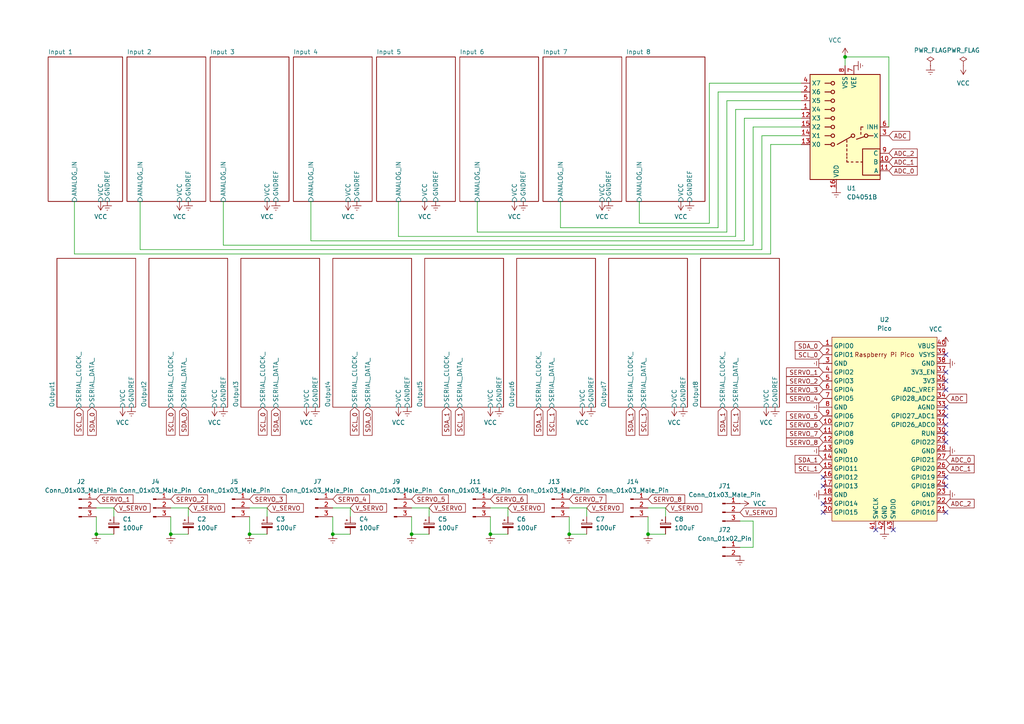
<source format=kicad_sch>
(kicad_sch (version 20231120) (generator "eeschema") (generator_version "8.0")
  (paper "A4")
  (lib_symbols
    (symbol "Analog_Switch:CD4051B"
      (property "Reference" "U" (at -10.16 16.51 0))
      (property "Value" "CD4051B" (at 3.81 16.51 0))
      (symbol "CD4051B_0_1"
        (rectangle (start -10.16 6.35) (end -5.08 13.97) (stroke (width 0.254)))
        (rectangle (start -10.16 15.24) (end 10.16 -15.24) (stroke (width 0.254)) (fill (type background)))
        (circle (center -6.096 2.54) (radius 0.508) (stroke (width 0.254)))
        (circle (center -2.286 2.54) (radius 0.508) (stroke (width 0.254)))
        (polyline (pts (xy -8.128 2.54) (xy -6.604 2.54)) (stroke (width 0.254)))
        (polyline (pts (xy -5.588 2.794) (xy -3.302 3.556)) (stroke (width 0.254)))
        (polyline (pts (xy -4.572 0) (xy -5.207 0)) (stroke (width 0.254)))
        (polyline (pts (xy -4.572 0.254) (xy -4.572 0.889)) (stroke (width 0.254)))
        (polyline (pts (xy -4.572 1.524) (xy -4.572 2.159)) (stroke (width 0.254)))
        (polyline (pts (xy -4.572 10.16) (xy -5.08 10.16)) (stroke (width 0.254)))
        (polyline (pts (xy -3.81 10.16) (xy -3.175 10.16)) (stroke (width 0.254)))
        (polyline (pts (xy -1.778 2.794) (xy 2.286 5.08)) (stroke (width 0.254)))
        (polyline (pts (xy -1.778 10.16) (xy -2.286 10.16)) (stroke (width 0.254)))
        (polyline (pts (xy -0.508 3.81) (xy -0.508 4.445)) (stroke (width 0.254)))
        (polyline (pts (xy -0.508 5.08) (xy -0.508 5.715)) (stroke (width 0.254)))
        (polyline (pts (xy -0.508 6.35) (xy -0.508 6.985)) (stroke (width 0.254)))
        (polyline (pts (xy -0.508 7.62) (xy -0.508 8.255)) (stroke (width 0.254)))
        (polyline (pts (xy -0.508 8.636) (xy -0.508 9.144)) (stroke (width 0.254)))
        (polyline (pts (xy -0.508 9.652) (xy -0.508 10.16)) (stroke (width 0.254)))
        (polyline (pts (xy -0.508 10.16) (xy -1.016 10.16)) (stroke (width 0.254)))
        (polyline (pts (xy 4.064 -12.7) (xy 5.842 -12.7)) (stroke (width 0.254)))
        (polyline (pts (xy 4.064 -10.16) (xy 5.842 -10.16)) (stroke (width 0.254)))
        (polyline (pts (xy 4.064 -7.62) (xy 5.842 -7.62)) (stroke (width 0.254)))
        (polyline (pts (xy 4.064 -5.08) (xy 5.842 -5.08)) (stroke (width 0.254)))
        (polyline (pts (xy 4.064 -2.54) (xy 5.842 -2.54)) (stroke (width 0.254)))
        (polyline (pts (xy 4.064 0) (xy 5.842 0)) (stroke (width 0.254)))
        (polyline (pts (xy 4.064 2.54) (xy 5.842 2.54)) (stroke (width 0.254)))
        (polyline (pts (xy 4.064 5.08) (xy 5.842 5.08)) (stroke (width 0.254)))
        (circle (center 3.556 -12.7) (radius 0.508) (stroke (width 0.254)))
        (circle (center 3.556 -10.16) (radius 0.508) (stroke (width 0.254)))
        (circle (center 3.556 -7.62) (radius 0.508) (stroke (width 0.254)))
        (circle (center 3.556 -5.08) (radius 0.508) (stroke (width 0.254)))
        (circle (center 3.556 -2.54) (radius 0.508) (stroke (width 0.254)))
        (circle (center 3.556 0) (radius 0.508) (stroke (width 0.254)))
        (circle (center 3.556 2.54) (radius 0.508) (stroke (width 0.254)))
        (circle (center 3.556 5.08) (radius 0.508) (stroke (width 0.254)))
      )
      (symbol "CD4051B_1_1"
        (pin bidirectional line (at 12.7 -5.08 180) (length 2.54) (name "X4") (number "1"))
        (pin input line (at -12.7 10.16 0) (length 2.54) (name "B") (number "10"))
        (pin input line (at -12.7 12.7 0) (length 2.54) (name "A") (number "11"))
        (pin bidirectional line (at 12.7 -2.54 180) (length 2.54) (name "X3") (number "12"))
        (pin bidirectional line (at 12.7 5.08 180) (length 2.54) (name "X0") (number "13"))
        (pin bidirectional line (at 12.7 2.54 180) (length 2.54) (name "X1") (number "14"))
        (pin bidirectional line (at 12.7 0 180) (length 2.54) (name "X2") (number "15"))
        (pin power_in line (at 2.54 17.78 270) (length 2.54) (name "VDD") (number "16"))
        (pin bidirectional line (at 12.7 -10.16 180) (length 2.54) (name "X6") (number "2"))
        (pin bidirectional line (at -12.7 2.54 0) (length 2.54) (name "X") (number "3"))
        (pin bidirectional line (at 12.7 -12.7 180) (length 2.54) (name "X7") (number "4"))
        (pin bidirectional line (at 12.7 -7.62 180) (length 2.54) (name "X5") (number "5"))
        (pin input line (at -12.7 0 0) (length 2.54) (name "INH") (number "6"))
        (pin power_in line (at -2.54 -17.78 90) (length 2.54) (name "VEE") (number "7"))
        (pin power_in line (at 0 -17.78 90) (length 2.54) (name "VSS") (number "8"))
        (pin input line (at -12.7 7.62 0) (length 2.54) (name "C") (number "9"))
      )
    )
    (symbol "Connector:Conn_01x02_Pin" (pin_names (offset 1.016) hide)
      (property "Reference" "J" (at 0 2.54 0))
      (property "Value" "Conn_01x02_Pin" (at 0 -5.08 0))
      (symbol "Conn_01x02_Pin_1_1"
        (polyline (pts (xy 1.27 -2.54) (xy 0.8636 -2.54)) (stroke (width 0.1524)))
        (polyline (pts (xy 1.27 0) (xy 0.8636 0)) (stroke (width 0.1524)))
        (rectangle (start 0.8636 -2.413) (end 0 -2.667) (stroke (width 0.1524)) (fill (type outline)))
        (rectangle (start 0.8636 0.127) (end 0 -0.127) (stroke (width 0.1524)) (fill (type outline)))
        (pin passive line (at 5.08 0 180) (length 3.81) (name "Pin_1") (number "1"))
        (pin passive line (at 5.08 -2.54 180) (length 3.81) (name "Pin_2") (number "2"))
      )
    )
    (symbol "Connector:Conn_01x03_Pin" (pin_names (offset 1.016) hide)
      (property "Reference" "J" (at 0 5.08 0))
      (property "Value" "Conn_01x03_Pin" (at 0 -5.08 0))
      (symbol "Conn_01x03_Pin_1_1"
        (polyline (pts (xy 1.27 -2.54) (xy 0.8636 -2.54)) (stroke (width 0.1524)))
        (polyline (pts (xy 1.27 0) (xy 0.8636 0)) (stroke (width 0.1524)))
        (polyline (pts (xy 1.27 2.54) (xy 0.8636 2.54)) (stroke (width 0.1524)))
        (rectangle (start 0.8636 -2.413) (end 0 -2.667) (stroke (width 0.1524)) (fill (type outline)))
        (rectangle (start 0.8636 0.127) (end 0 -0.127) (stroke (width 0.1524)) (fill (type outline)))
        (rectangle (start 0.8636 2.667) (end 0 2.413) (stroke (width 0.1524)) (fill (type outline)))
        (pin passive line (at 5.08 2.54 180) (length 3.81) (name "Pin_1") (number "1"))
        (pin passive line (at 5.08 0 180) (length 3.81) (name "Pin_2") (number "2"))
        (pin passive line (at 5.08 -2.54 180) (length 3.81) (name "Pin_3") (number "3"))
      )
    )
    (symbol "Device:C_Polarized_Small" (pin_numbers hide) (pin_names (offset 0.254) hide)
      (property "Reference" "C" (at 0.254 1.778 0))
      (property "Value" "C_Polarized_Small" (at 0.254 -2.032 0))
      (symbol "C_Polarized_Small_0_1"
        (rectangle (start -1.524 -0.3048) (end 1.524 -0.6858) (fill (type outline)))
        (rectangle (start -1.524 0.6858) (end 1.524 0.3048))
        (polyline (pts (xy -1.27 1.524) (xy -0.762 1.524)))
        (polyline (pts (xy -1.016 1.27) (xy -1.016 1.778)))
      )
      (symbol "C_Polarized_Small_1_1"
        (pin passive line (at 0 2.54 270) (length 1.8542) (name "~") (number "1"))
        (pin passive line (at 0 -2.54 90) (length 1.8542) (name "~") (number "2"))
      )
    )
    (symbol "MCU_RaspberryPi_and_Boards:Pico"
      (property "Reference" "U" (at -13.97 27.94 0))
      (property "Value" "Pico" (at 0 19.05 0))
      (symbol "Pico_0_0"
        (text "Raspberry Pi Pico" (at 0 21.59 0) (effects (font (size 1.27 1.27))))
      )
      (symbol "Pico_0_1"
        (rectangle (start -15.24 26.67) (end 15.24 -26.67) (fill (type background)))
      )
      (symbol "Pico_1_1"
        (pin bidirectional line (at -17.78 24.13 0) (length 2.54) (name "GPIO0") (number "1"))
        (pin bidirectional line (at -17.78 1.27 0) (length 2.54) (name "GPIO7") (number "10"))
        (pin bidirectional line (at -17.78 -1.27 0) (length 2.54) (name "GPIO8") (number "11"))
        (pin bidirectional line (at -17.78 -3.81 0) (length 2.54) (name "GPIO9") (number "12"))
        (pin power_in line (at -17.78 -6.35 0) (length 2.54) (name "GND") (number "13"))
        (pin bidirectional line (at -17.78 -8.89 0) (length 2.54) (name "GPIO10") (number "14"))
        (pin bidirectional line (at -17.78 -11.43 0) (length 2.54) (name "GPIO11") (number "15"))
        (pin bidirectional line (at -17.78 -13.97 0) (length 2.54) (name "GPIO12") (number "16"))
        (pin bidirectional line (at -17.78 -16.51 0) (length 2.54) (name "GPIO13") (number "17"))
        (pin power_in line (at -17.78 -19.05 0) (length 2.54) (name "GND") (number "18"))
        (pin bidirectional line (at -17.78 -21.59 0) (length 2.54) (name "GPIO14") (number "19"))
        (pin bidirectional line (at -17.78 21.59 0) (length 2.54) (name "GPIO1") (number "2"))
        (pin bidirectional line (at -17.78 -24.13 0) (length 2.54) (name "GPIO15") (number "20"))
        (pin bidirectional line (at 17.78 -24.13 180) (length 2.54) (name "GPIO16") (number "21"))
        (pin bidirectional line (at 17.78 -21.59 180) (length 2.54) (name "GPIO17") (number "22"))
        (pin power_in line (at 17.78 -19.05 180) (length 2.54) (name "GND") (number "23"))
        (pin bidirectional line (at 17.78 -16.51 180) (length 2.54) (name "GPIO18") (number "24"))
        (pin bidirectional line (at 17.78 -13.97 180) (length 2.54) (name "GPIO19") (number "25"))
        (pin bidirectional line (at 17.78 -11.43 180) (length 2.54) (name "GPIO20") (number "26"))
        (pin bidirectional line (at 17.78 -8.89 180) (length 2.54) (name "GPIO21") (number "27"))
        (pin power_in line (at 17.78 -6.35 180) (length 2.54) (name "GND") (number "28"))
        (pin bidirectional line (at 17.78 -3.81 180) (length 2.54) (name "GPIO22") (number "29"))
        (pin power_in line (at -17.78 19.05 0) (length 2.54) (name "GND") (number "3"))
        (pin input line (at 17.78 -1.27 180) (length 2.54) (name "RUN") (number "30"))
        (pin bidirectional line (at 17.78 1.27 180) (length 2.54) (name "GPIO26_ADC0") (number "31"))
        (pin bidirectional line (at 17.78 3.81 180) (length 2.54) (name "GPIO27_ADC1") (number "32"))
        (pin power_in line (at 17.78 6.35 180) (length 2.54) (name "AGND") (number "33"))
        (pin bidirectional line (at 17.78 8.89 180) (length 2.54) (name "GPIO28_ADC2") (number "34"))
        (pin power_in line (at 17.78 11.43 180) (length 2.54) (name "ADC_VREF") (number "35"))
        (pin power_in line (at 17.78 13.97 180) (length 2.54) (name "3V3") (number "36"))
        (pin input line (at 17.78 16.51 180) (length 2.54) (name "3V3_EN") (number "37"))
        (pin bidirectional line (at 17.78 19.05 180) (length 2.54) (name "GND") (number "38"))
        (pin power_in line (at 17.78 21.59 180) (length 2.54) (name "VSYS") (number "39"))
        (pin bidirectional line (at -17.78 16.51 0) (length 2.54) (name "GPIO2") (number "4"))
        (pin power_in line (at 17.78 24.13 180) (length 2.54) (name "VBUS") (number "40"))
        (pin input line (at -2.54 -29.21 90) (length 2.54) (name "SWCLK") (number "41"))
        (pin power_in line (at 0 -29.21 90) (length 2.54) (name "GND") (number "42"))
        (pin bidirectional line (at 2.54 -29.21 90) (length 2.54) (name "SWDIO") (number "43"))
        (pin bidirectional line (at -17.78 13.97 0) (length 2.54) (name "GPIO3") (number "5"))
        (pin bidirectional line (at -17.78 11.43 0) (length 2.54) (name "GPIO4") (number "6"))
        (pin bidirectional line (at -17.78 8.89 0) (length 2.54) (name "GPIO5") (number "7"))
        (pin power_in line (at -17.78 6.35 0) (length 2.54) (name "GND") (number "8"))
        (pin bidirectional line (at -17.78 3.81 0) (length 2.54) (name "GPIO6") (number "9"))
      )
    )
    (symbol "power:GNDREF" (power) (pin_numbers hide) (pin_names (offset 0) hide)
      (property "Value" "GNDREF" (at 0 -3.81 0))
      (symbol "GNDREF_0_1"
        (polyline (pts (xy -0.635 -1.905) (xy 0.635 -1.905)))
        (polyline (pts (xy -0.127 -2.54) (xy 0.127 -2.54)))
        (polyline (pts (xy 0 -1.27) (xy 0 0)))
        (polyline (pts (xy 1.27 -1.27) (xy -1.27 -1.27)))
      )
      (symbol "GNDREF_1_1"
        (pin power_in line (at 0 0 270) (length 0) (name "~") (number "1"))
      )
    )
    (symbol "power:PWR_FLAG" (power) (pin_numbers hide) (pin_names (offset 0) hide)
      (property "Value" "PWR_FLAG" (at 0 3.81 0))
      (symbol "PWR_FLAG_0_0"
        (pin power_out line (at 0 0 90) (length 0) (name "~") (number "1"))
      )
      (symbol "PWR_FLAG_0_1"
        (polyline (pts (xy 0 0) (xy 0 1.27) (xy -1.016 1.905) (xy 0 2.54) (xy 1.016 1.905) (xy 0 1.27)))
      )
    )
    (symbol "power:VCC" (power) (pin_numbers hide) (pin_names (offset 0) hide)
      (property "Value" "VCC" (at 0 3.556 0))
      (symbol "VCC_0_1"
        (polyline (pts (xy -0.762 1.27) (xy 0 2.54)))
        (polyline (pts (xy 0 0) (xy 0 2.54)))
        (polyline (pts (xy 0 2.54) (xy 0.762 1.27)))
      )
      (symbol "VCC_1_1"
        (pin power_in line (at 0 0 90) (length 0) (name "~") (number "1"))
      )
    )
  )
  (junction (at 187.96 154.94))
  (junction (at 49.53 154.94))
  (junction (at 119.38 154.94))
  (junction (at 165.1 154.94))
  (junction (at 142.24 154.94))
  (junction (at 27.94 154.94))
  (junction (at 245.11 16.51))
  (junction (at 72.39 154.94))
  (junction (at 96.52 154.94))
  (no_connect (at 238.76 138.43))
  (no_connect (at 254 153.67))
  (no_connect (at 274.32 110.49))
  (no_connect (at 274.32 148.59))
  (no_connect (at 274.32 120.65))
  (no_connect (at 274.32 118.11))
  (no_connect (at 274.32 123.19))
  (no_connect (at 274.32 125.73))
  (no_connect (at 274.32 138.43))
  (no_connect (at 274.32 107.95))
  (no_connect (at 238.76 148.59))
  (no_connect (at 238.76 140.97))
  (no_connect (at 259.08 153.67))
  (no_connect (at 274.32 140.97))
  (no_connect (at 274.32 128.27))
  (no_connect (at 238.76 146.05))
  (no_connect (at 274.32 113.03))
  (no_connect (at 274.32 102.87))
  (wire (pts (xy 119.38 149.86) (xy 119.38 154.94)))
  (wire (pts (xy 218.44 151.13) (xy 218.44 158.75)))
  (wire (pts (xy 187.96 147.32) (xy 193.04 147.32)))
  (wire (pts (xy 245.11 16.51) (xy 245.11 19.05)))
  (wire (pts (xy 115.57 68.58) (xy 213.36 68.58)))
  (wire (pts (xy 72.39 154.94) (xy 77.47 154.94)))
  (wire (pts (xy 165.1 147.32) (xy 170.18 147.32)))
  (wire (pts (xy 40.64 58.42) (xy 40.64 72.39)))
  (wire (pts (xy 185.42 64.77) (xy 205.74 64.77)))
  (wire (pts (xy 208.28 66.04) (xy 162.56 66.04)))
  (wire (pts (xy 232.41 31.75) (xy 213.36 31.75)))
  (wire (pts (xy 119.38 147.32) (xy 124.46 147.32)))
  (wire (pts (xy 21.59 73.66) (xy 223.52 73.66)))
  (wire (pts (xy 257.81 16.51) (xy 245.11 16.51)))
  (wire (pts (xy 213.36 31.75) (xy 213.36 68.58)))
  (wire (pts (xy 208.28 26.67) (xy 208.28 66.04)))
  (wire (pts (xy 115.57 58.42) (xy 115.57 68.58)))
  (wire (pts (xy 96.52 147.32) (xy 101.6 147.32)))
  (wire (pts (xy 210.82 29.21) (xy 210.82 67.31)))
  (wire (pts (xy 147.32 147.32) (xy 147.32 149.86)))
  (wire (pts (xy 101.6 147.32) (xy 101.6 149.86)))
  (wire (pts (xy 232.41 36.83) (xy 218.44 36.83)))
  (wire (pts (xy 218.44 158.75) (xy 214.63 158.75)))
  (wire (pts (xy 33.02 147.32) (xy 33.02 149.86)))
  (wire (pts (xy 27.94 149.86) (xy 27.94 154.94)))
  (wire (pts (xy 170.18 147.32) (xy 170.18 149.86)))
  (wire (pts (xy 119.38 154.94) (xy 124.46 154.94)))
  (wire (pts (xy 27.94 154.94) (xy 33.02 154.94)))
  (wire (pts (xy 162.56 58.42) (xy 162.56 66.04)))
  (wire (pts (xy 90.17 69.85) (xy 215.9 69.85)))
  (wire (pts (xy 223.52 41.91) (xy 223.52 73.66)))
  (wire (pts (xy 205.74 24.13) (xy 205.74 64.77)))
  (wire (pts (xy 165.1 154.94) (xy 170.18 154.94)))
  (wire (pts (xy 27.94 147.32) (xy 33.02 147.32)))
  (wire (pts (xy 142.24 149.86) (xy 142.24 154.94)))
  (wire (pts (xy 232.41 39.37) (xy 220.98 39.37)))
  (wire (pts (xy 193.04 147.32) (xy 193.04 149.86)))
  (wire (pts (xy 49.53 149.86) (xy 49.53 154.94)))
  (wire (pts (xy 49.53 147.32) (xy 54.61 147.32)))
  (wire (pts (xy 232.41 26.67) (xy 208.28 26.67)))
  (wire (pts (xy 232.41 34.29) (xy 215.9 34.29)))
  (wire (pts (xy 72.39 147.32) (xy 77.47 147.32)))
  (wire (pts (xy 214.63 151.13) (xy 218.44 151.13)))
  (wire (pts (xy 187.96 149.86) (xy 187.96 154.94)))
  (wire (pts (xy 138.43 58.42) (xy 138.43 67.31)))
  (wire (pts (xy 185.42 58.42) (xy 185.42 64.77)))
  (wire (pts (xy 142.24 154.94) (xy 147.32 154.94)))
  (wire (pts (xy 215.9 34.29) (xy 215.9 69.85)))
  (wire (pts (xy 72.39 149.86) (xy 72.39 154.94)))
  (wire (pts (xy 232.41 24.13) (xy 205.74 24.13)))
  (wire (pts (xy 218.44 36.83) (xy 218.44 71.12)))
  (wire (pts (xy 187.96 154.94) (xy 193.04 154.94)))
  (wire (pts (xy 54.61 147.32) (xy 54.61 149.86)))
  (wire (pts (xy 96.52 154.94) (xy 101.6 154.94)))
  (wire (pts (xy 142.24 147.32) (xy 147.32 147.32)))
  (wire (pts (xy 232.41 41.91) (xy 223.52 41.91)))
  (wire (pts (xy 90.17 58.42) (xy 90.17 69.85)))
  (wire (pts (xy 49.53 154.94) (xy 54.61 154.94)))
  (wire (pts (xy 64.77 58.42) (xy 64.77 71.12)))
  (wire (pts (xy 220.98 39.37) (xy 220.98 72.39)))
  (wire (pts (xy 257.81 16.51) (xy 257.81 36.83)))
  (wire (pts (xy 64.77 71.12) (xy 218.44 71.12)))
  (wire (pts (xy 96.52 149.86) (xy 96.52 154.94)))
  (wire (pts (xy 232.41 29.21) (xy 210.82 29.21)))
  (wire (pts (xy 21.59 58.42) (xy 21.59 73.66)))
  (wire (pts (xy 165.1 149.86) (xy 165.1 154.94)))
  (wire (pts (xy 124.46 147.32) (xy 124.46 149.86)))
  (wire (pts (xy 77.47 147.32) (xy 77.47 149.86)))
  (wire (pts (xy 210.82 67.31) (xy 138.43 67.31)))
  (wire (pts (xy 40.64 72.39) (xy 220.98 72.39)))
  (global_label "SCL_1" (shape input) (at 160.02 118.11 270) (property "Intersheetrefs" "${INTERSHEET_REFS}" (effects (hide yes))))
  (global_label "SERVO_7" (shape input) (at 238.76 125.73 180) (property "Intersheetrefs" "${INTERSHEET_REFS}" (effects (hide yes))))
  (global_label "SDA_1" (shape input) (at 156.21 118.11 270) (property "Intersheetrefs" "${INTERSHEET_REFS}" (effects (hide yes))))
  (global_label "SERVO_5" (shape input) (at 119.38 144.78 0) (property "Intersheetrefs" "${INTERSHEET_REFS}" (effects (hide yes))))
  (global_label "SDA_0" (shape input) (at 26.67 118.11 270) (property "Intersheetrefs" "${INTERSHEET_REFS}" (effects (hide yes))))
  (global_label "SDA_0" (shape input) (at 106.68 118.11 270) (property "Intersheetrefs" "${INTERSHEET_REFS}" (effects (hide yes))))
  (global_label "ADC_1" (shape input) (at 257.81 46.99 0) (property "Intersheetrefs" "${INTERSHEET_REFS}" (effects (hide yes))))
  (global_label "V_SERVO" (shape input) (at 170.18 147.32 0) (property "Intersheetrefs" "${INTERSHEET_REFS}" (effects (hide yes))))
  (global_label "SDA_1" (shape input) (at 129.54 118.11 270) (property "Intersheetrefs" "${INTERSHEET_REFS}" (effects (hide yes))))
  (global_label "SDA_1" (shape input) (at 238.76 133.35 180) (property "Intersheetrefs" "${INTERSHEET_REFS}" (effects (hide yes))))
  (global_label "V_SERVO" (shape input) (at 147.32 147.32 0) (property "Intersheetrefs" "${INTERSHEET_REFS}" (effects (hide yes))))
  (global_label "SERVO_1" (shape input) (at 238.76 107.95 180) (property "Intersheetrefs" "${INTERSHEET_REFS}" (effects (hide yes))))
  (global_label "SERVO_3" (shape input) (at 72.39 144.78 0) (property "Intersheetrefs" "${INTERSHEET_REFS}" (effects (hide yes))))
  (global_label "SDA_0" (shape input) (at 80.01 118.11 270) (property "Intersheetrefs" "${INTERSHEET_REFS}" (effects (hide yes))))
  (global_label "SERVO_4" (shape input) (at 238.76 115.57 180) (property "Intersheetrefs" "${INTERSHEET_REFS}" (effects (hide yes))))
  (global_label "ADC_0" (shape input) (at 274.32 133.35 0) (property "Intersheetrefs" "${INTERSHEET_REFS}" (effects (hide yes))))
  (global_label "SCL_0" (shape input) (at 102.87 118.11 270) (property "Intersheetrefs" "${INTERSHEET_REFS}" (effects (hide yes))))
  (global_label "ADC" (shape input) (at 257.81 39.37 0) (property "Intersheetrefs" "${INTERSHEET_REFS}" (effects (hide yes))))
  (global_label "V_SERVO" (shape input) (at 54.61 147.32 0) (property "Intersheetrefs" "${INTERSHEET_REFS}" (effects (hide yes))))
  (global_label "V_SERVO" (shape input) (at 124.46 147.32 0) (property "Intersheetrefs" "${INTERSHEET_REFS}" (effects (hide yes))))
  (global_label "ADC_1" (shape input) (at 274.32 135.89 0) (property "Intersheetrefs" "${INTERSHEET_REFS}" (effects (hide yes))))
  (global_label "SERVO_8" (shape input) (at 238.76 128.27 180) (property "Intersheetrefs" "${INTERSHEET_REFS}" (effects (hide yes))))
  (global_label "SDA_1" (shape input) (at 209.55 118.11 270) (property "Intersheetrefs" "${INTERSHEET_REFS}" (effects (hide yes))))
  (global_label "SDA_1" (shape input) (at 182.88 118.11 270) (property "Intersheetrefs" "${INTERSHEET_REFS}" (effects (hide yes))))
  (global_label "SERVO_2" (shape input) (at 238.76 110.49 180) (property "Intersheetrefs" "${INTERSHEET_REFS}" (effects (hide yes))))
  (global_label "V_SERVO" (shape input) (at 33.02 147.32 0) (property "Intersheetrefs" "${INTERSHEET_REFS}" (effects (hide yes))))
  (global_label "SERVO_5" (shape input) (at 238.76 120.65 180) (property "Intersheetrefs" "${INTERSHEET_REFS}" (effects (hide yes))))
  (global_label "SCL_0" (shape input) (at 22.86 118.11 270) (property "Intersheetrefs" "${INTERSHEET_REFS}" (effects (hide yes))))
  (global_label "SCL_0" (shape input) (at 238.76 102.87 180) (property "Intersheetrefs" "${INTERSHEET_REFS}" (effects (hide yes))))
  (global_label "SCL_1" (shape input) (at 213.36 118.11 270) (property "Intersheetrefs" "${INTERSHEET_REFS}" (effects (hide yes))))
  (global_label "ADC_0" (shape input) (at 257.81 49.53 0) (property "Intersheetrefs" "${INTERSHEET_REFS}" (effects (hide yes))))
  (global_label "V_SERVO" (shape input) (at 101.6 147.32 0) (property "Intersheetrefs" "${INTERSHEET_REFS}" (effects (hide yes))))
  (global_label "SERVO_6" (shape input) (at 238.76 123.19 180) (property "Intersheetrefs" "${INTERSHEET_REFS}" (effects (hide yes))))
  (global_label "V_SERVO" (shape input) (at 193.04 147.32 0) (property "Intersheetrefs" "${INTERSHEET_REFS}" (effects (hide yes))))
  (global_label "ADC_2" (shape input) (at 257.81 44.45 0) (property "Intersheetrefs" "${INTERSHEET_REFS}" (effects (hide yes))))
  (global_label "SERVO_6" (shape input) (at 142.24 144.78 0) (property "Intersheetrefs" "${INTERSHEET_REFS}" (effects (hide yes))))
  (global_label "SERVO_7" (shape input) (at 165.1 144.78 0) (property "Intersheetrefs" "${INTERSHEET_REFS}" (effects (hide yes))))
  (global_label "SERVO_4" (shape input) (at 96.52 144.78 0) (property "Intersheetrefs" "${INTERSHEET_REFS}" (effects (hide yes))))
  (global_label "V_SERVO" (shape input) (at 77.47 147.32 0) (property "Intersheetrefs" "${INTERSHEET_REFS}" (effects (hide yes))))
  (global_label "SDA_0" (shape input) (at 238.76 100.33 180) (property "Intersheetrefs" "${INTERSHEET_REFS}" (effects (hide yes))))
  (global_label "ADC_2" (shape input) (at 274.32 146.05 0) (property "Intersheetrefs" "${INTERSHEET_REFS}" (effects (hide yes))))
  (global_label "SCL_0" (shape input) (at 49.53 118.11 270) (property "Intersheetrefs" "${INTERSHEET_REFS}" (effects (hide yes))))
  (global_label "SCL_0" (shape input) (at 76.2 118.11 270) (property "Intersheetrefs" "${INTERSHEET_REFS}" (effects (hide yes))))
  (global_label "V_SERVO" (shape input) (at 214.63 148.59 0) (property "Intersheetrefs" "${INTERSHEET_REFS}" (effects (hide yes))))
  (global_label "SCL_1" (shape input) (at 133.35 118.11 270) (property "Intersheetrefs" "${INTERSHEET_REFS}" (effects (hide yes))))
  (global_label "SDA_0" (shape input) (at 53.34 118.11 270) (property "Intersheetrefs" "${INTERSHEET_REFS}" (effects (hide yes))))
  (global_label "SERVO_8" (shape input) (at 187.96 144.78 0) (property "Intersheetrefs" "${INTERSHEET_REFS}" (effects (hide yes))))
  (global_label "SERVO_1" (shape input) (at 27.94 144.78 0) (property "Intersheetrefs" "${INTERSHEET_REFS}" (effects (hide yes))))
  (global_label "SCL_1" (shape input) (at 186.69 118.11 270) (property "Intersheetrefs" "${INTERSHEET_REFS}" (effects (hide yes))))
  (global_label "SCL_1" (shape input) (at 238.76 135.89 180) (property "Intersheetrefs" "${INTERSHEET_REFS}" (effects (hide yes))))
  (global_label "ADC" (shape input) (at 274.32 115.57 0) (property "Intersheetrefs" "${INTERSHEET_REFS}" (effects (hide yes))))
  (global_label "SERVO_2" (shape input) (at 49.53 144.78 0) (property "Intersheetrefs" "${INTERSHEET_REFS}" (effects (hide yes))))
  (global_label "SERVO_3" (shape input) (at 238.76 113.03 180) (property "Intersheetrefs" "${INTERSHEET_REFS}" (effects (hide yes))))
  (symbol (lib_id "Device:C_Polarized_Small") (at 54.61 152.4 0) (unit 1)
    (property "Reference" "C2" (at 57.15 150.5838 0) (effects (justify left)))
    (property "Value" "100uF" (at 57.15 153.1238 0) (effects (justify left)))
    (property "Footprint" "Capacitor_THT:CP_Radial_D5.0mm_P2.50mm" (effects (hide yes)))
    (property "Description" "Polarized capacitor, small symbol" (effects (hide yes)))
  )
  (symbol (lib_id "power:GNDREF") (at 27.94 154.94 0) (unit 1)
    (property "Reference" "#PWR06" (effects (hide yes)))
    (property "Value" "GNDREF" (effects (hide yes)))
    (property "Description" "Power symbol creates a global label with name \"GNDREF\" , reference supply ground" (effects (hide yes)))
  )
  (symbol (lib_id "Device:C_Polarized_Small") (at 101.6 152.4 0) (unit 1)
    (property "Reference" "C4" (at 104.14 150.5838 0) (effects (justify left)))
    (property "Value" "100uF" (at 104.14 153.1238 0) (effects (justify left)))
    (property "Footprint" "Capacitor_THT:CP_Radial_D5.0mm_P2.50mm" (effects (hide yes)))
    (property "Description" "Polarized capacitor, small symbol" (effects (hide yes)))
  )
  (symbol (lib_id "power:GNDREF") (at 242.57 54.61 0) (unit 1)
    (property "Reference" "#PWR057" (effects (hide yes)))
    (property "Value" "GNDREF" (effects (hide yes)))
    (property "Description" "Power symbol creates a global label with name \"GNDREF\" , reference supply ground" (effects (hide yes)))
  )
  (symbol (lib_id "Connector:Conn_01x03_Pin") (at 44.45 147.32 0) (unit 1)
    (property "Reference" "J4" (at 45.085 139.7 0))
    (property "Value" "Conn_01x03_Male_Pin" (at 45.085 142.24 0))
    (property "Footprint" "Connector_PinHeader_2.54mm:PinHeader_1x03_P2.54mm_Vertical" (effects (hide yes)))
    (property "Description" "Generic connector, single row, 01x03, script generated" (effects (hide yes)))
  )
  (symbol (lib_id "power:PWR_FLAG") (at 269.875 19.05 0) (unit 1)
    (property "Reference" "#FLG01" (effects (hide yes)))
    (property "Value" "PWR_FLAG" (at 269.875 14.605 0))
    (property "Description" "Special symbol for telling ERC where power comes from" (effects (hide yes)))
  )
  (symbol (lib_id "power:GNDREF") (at 200.025 58.42 0) (unit 1)
    (property "Reference" "#PWR050" (effects (hide yes)))
    (property "Value" "GNDREF" (effects (hide yes)))
    (property "Description" "Power symbol creates a global label with name \"GNDREF\" , reference supply ground" (effects (hide yes)))
  )
  (symbol (lib_id "power:GNDREF") (at 274.32 143.51 90) (unit 1)
    (property "Reference" "#PWR065" (effects (hide yes)))
    (property "Value" "GNDREF" (effects (hide yes)))
    (property "Description" "Power symbol creates a global label with name \"GNDREF\" , reference supply ground" (effects (hide yes)))
  )
  (symbol (lib_id "power:PWR_FLAG") (at 279.4 19.05 0) (unit 1)
    (property "Reference" "#FLG02" (effects (hide yes)))
    (property "Value" "PWR_FLAG" (at 279.4 14.605 0))
    (property "Description" "Special symbol for telling ERC where power comes from" (effects (hide yes)))
  )
  (symbol (lib_id "power:GNDREF") (at 151.765 58.42 0) (unit 1)
    (property "Reference" "#PWR040" (effects (hide yes)))
    (property "Value" "GNDREF" (effects (hide yes)))
    (property "Description" "Power symbol creates a global label with name \"GNDREF\" , reference supply ground" (effects (hide yes)))
  )
  (symbol (lib_id "Connector:Conn_01x03_Pin") (at 22.86 147.32 0) (unit 1)
    (property "Reference" "J2" (at 23.495 139.7 0))
    (property "Value" "Conn_01x03_Male_Pin" (at 23.495 142.24 0))
    (property "Footprint" "Connector_PinHeader_2.54mm:PinHeader_1x03_P2.54mm_Vertical" (effects (hide yes)))
    (property "Description" "Generic connector, single row, 01x03, script generated" (effects (hide yes)))
  )
  (symbol (lib_id "power:GNDREF") (at 64.77 118.11 0) (unit 1)
    (property "Reference" "#PWR014" (effects (hide yes)))
    (property "Value" "GNDREF" (effects (hide yes)))
    (property "Description" "Power symbol creates a global label with name \"GNDREF\" , reference supply ground" (effects (hide yes)))
  )
  (symbol (lib_id "power:VCC") (at 62.23 118.11 180) (unit 1)
    (property "Reference" "#PWR013" (effects (hide yes)))
    (property "Value" "VCC" (at 62.23 122.555 0))
    (property "Description" "Power symbol creates a global label with name \"VCC\"" (effects (hide yes)))
  )
  (symbol (lib_id "power:GNDREF") (at 96.52 154.94 0) (unit 1)
    (property "Reference" "#PWR020" (effects (hide yes)))
    (property "Value" "GNDREF" (effects (hide yes)))
    (property "Description" "Power symbol creates a global label with name \"GNDREF\" , reference supply ground" (effects (hide yes)))
  )
  (symbol (lib_id "power:VCC") (at 52.07 58.42 180) (unit 1)
    (property "Reference" "#PWR09" (effects (hide yes)))
    (property "Value" "VCC" (at 52.07 62.865 0))
    (property "Description" "Power symbol creates a global label with name \"VCC\"" (effects (hide yes)))
  )
  (symbol (lib_id "power:GNDREF") (at 171.45 118.11 0) (unit 1)
    (property "Reference" "#PWR044" (effects (hide yes)))
    (property "Value" "GNDREF" (effects (hide yes)))
    (property "Description" "Power symbol creates a global label with name \"GNDREF\" , reference supply ground" (effects (hide yes)))
  )
  (symbol (lib_id "power:VCC") (at 197.485 58.42 180) (unit 1)
    (property "Reference" "#PWR048" (effects (hide yes)))
    (property "Value" "VCC" (at 197.485 62.865 0))
    (property "Description" "Power symbol creates a global label with name \"VCC\"" (effects (hide yes)))
  )
  (symbol (lib_id "power:GNDREF") (at 224.79 118.11 0) (unit 1)
    (property "Reference" "#PWR052" (effects (hide yes)))
    (property "Value" "GNDREF" (effects (hide yes)))
    (property "Description" "Power symbol creates a global label with name \"GNDREF\" , reference supply ground" (effects (hide yes)))
  )
  (symbol (lib_id "power:GNDREF") (at 238.76 143.51 270) (unit 1)
    (property "Reference" "#PWR056" (effects (hide yes)))
    (property "Value" "GNDREF" (effects (hide yes)))
    (property "Description" "Power symbol creates a global label with name \"GNDREF\" , reference supply ground" (effects (hide yes)))
  )
  (symbol (lib_id "power:GNDREF") (at 144.78 118.11 0) (unit 1)
    (property "Reference" "#PWR037" (effects (hide yes)))
    (property "Value" "GNDREF" (effects (hide yes)))
    (property "Description" "Power symbol creates a global label with name \"GNDREF\" , reference supply ground" (effects (hide yes)))
  )
  (symbol (lib_id "power:VCC") (at 279.4 19.05 180) (unit 1)
    (property "Reference" "#PWR066" (effects (hide yes)))
    (property "Value" "VCC" (at 279.4 24.13 0))
    (property "Description" "Power symbol creates a global label with name \"VCC\"" (effects (hide yes)))
  )
  (symbol (lib_id "power:VCC") (at 100.965 58.42 180) (unit 1)
    (property "Reference" "#PWR023" (effects (hide yes)))
    (property "Value" "VCC" (at 100.965 62.865 0))
    (property "Description" "Power symbol creates a global label with name \"VCC\"" (effects (hide yes)))
  )
  (symbol (lib_id "power:VCC") (at 29.21 58.42 180) (unit 1)
    (property "Reference" "#PWR02" (effects (hide yes)))
    (property "Value" "VCC" (at 29.21 62.865 0))
    (property "Description" "Power symbol creates a global label with name \"VCC\"" (effects (hide yes)))
  )
  (symbol (lib_id "power:GNDREF") (at 31.115 58.42 0) (unit 1)
    (property "Reference" "#PWR03" (effects (hide yes)))
    (property "Value" "GNDREF" (effects (hide yes)))
    (property "Description" "Power symbol creates a global label with name \"GNDREF\" , reference supply ground" (effects (hide yes)))
  )
  (symbol (lib_id "power:GNDREF") (at 91.44 118.11 0) (unit 1)
    (property "Reference" "#PWR021" (effects (hide yes)))
    (property "Value" "GNDREF" (effects (hide yes)))
    (property "Description" "Power symbol creates a global label with name \"GNDREF\" , reference supply ground" (effects (hide yes)))
  )
  (symbol (lib_id "power:VCC") (at 35.56 118.11 180) (unit 1)
    (property "Reference" "#PWR05" (effects (hide yes)))
    (property "Value" "VCC" (at 35.56 122.555 0))
    (property "Description" "Power symbol creates a global label with name \"VCC\"" (effects (hide yes)))
  )
  (symbol (lib_id "Connector:Conn_01x03_Pin") (at 91.44 147.32 0) (unit 1)
    (property "Reference" "J7" (at 92.075 139.7 0))
    (property "Value" "Conn_01x03_Male_Pin" (at 92.075 142.24 0))
    (property "Footprint" "Connector_PinHeader_2.54mm:PinHeader_1x03_P2.54mm_Vertical" (effects (hide yes)))
    (property "Description" "Generic connector, single row, 01x03, script generated" (effects (hide yes)))
  )
  (symbol (lib_id "power:VCC") (at 123.19 58.42 180) (unit 1)
    (property "Reference" "#PWR030" (effects (hide yes)))
    (property "Value" "VCC" (at 123.19 62.865 0))
    (property "Description" "Power symbol creates a global label with name \"VCC\"" (effects (hide yes)))
  )
  (symbol (lib_id "Device:C_Polarized_Small") (at 33.02 152.4 0) (unit 1)
    (property "Reference" "C1" (at 35.56 150.5838 0) (effects (justify left)))
    (property "Value" "100uF" (at 35.56 153.1238 0) (effects (justify left)))
    (property "Footprint" "Capacitor_THT:CP_Radial_D5.0mm_P2.50mm" (effects (hide yes)))
    (property "Description" "Polarized capacitor, small symbol" (effects (hide yes)))
  )
  (symbol (lib_id "MCU_RaspberryPi_and_Boards:Pico") (at 256.54 124.46 0) (unit 1)
    (property "Reference" "U2" (at 256.54 92.71 0))
    (property "Value" "Pico" (at 256.54 95.25 0))
    (property "Footprint" "MCU_RaspberryPi_and_Boards:RPi_Pico_SMD_TH" (effects (hide yes)))
  )
  (symbol (lib_id "Connector:Conn_01x03_Pin") (at 67.31 147.32 0) (unit 1)
    (property "Reference" "J5" (at 67.945 139.7 0))
    (property "Value" "Conn_01x03_Male_Pin" (at 67.945 142.24 0))
    (property "Footprint" "Connector_PinHeader_2.54mm:PinHeader_1x03_P2.54mm_Vertical" (effects (hide yes)))
    (property "Description" "Generic connector, single row, 01x03, script generated" (effects (hide yes)))
  )
  (symbol (lib_id "power:GNDREF") (at 103.505 58.42 0) (unit 1)
    (property "Reference" "#PWR024" (effects (hide yes)))
    (property "Value" "GNDREF" (effects (hide yes)))
    (property "Description" "Power symbol creates a global label with name \"GNDREF\" , reference supply ground" (effects (hide yes)))
  )
  (symbol (lib_id "power:GNDREF") (at 176.53 58.42 0) (unit 1)
    (property "Reference" "#PWR046" (effects (hide yes)))
    (property "Value" "GNDREF" (effects (hide yes)))
    (property "Description" "Power symbol creates a global label with name \"GNDREF\" , reference supply ground" (effects (hide yes)))
  )
  (symbol (lib_id "power:VCC") (at 149.225 58.42 180) (unit 1)
    (property "Reference" "#PWR039" (effects (hide yes)))
    (property "Value" "VCC" (at 149.225 62.865 0))
    (property "Description" "Power symbol creates a global label with name \"VCC\"" (effects (hide yes)))
  )
  (symbol (lib_id "power:GNDREF") (at 238.76 118.11 270) (unit 1)
    (property "Reference" "#PWR054" (effects (hide yes)))
    (property "Value" "GNDREF" (effects (hide yes)))
    (property "Description" "Power symbol creates a global label with name \"GNDREF\" , reference supply ground" (effects (hide yes)))
  )
  (symbol (lib_id "power:GNDREF") (at 274.32 105.41 90) (unit 1)
    (property "Reference" "#PWR063" (effects (hide yes)))
    (property "Value" "GNDREF" (effects (hide yes)))
    (property "Description" "Power symbol creates a global label with name \"GNDREF\" , reference supply ground" (effects (hide yes)))
  )
  (symbol (lib_id "power:GNDREF") (at 238.76 105.41 270) (unit 1)
    (property "Reference" "#PWR053" (effects (hide yes)))
    (property "Value" "GNDREF" (effects (hide yes)))
    (property "Description" "Power symbol creates a global label with name \"GNDREF\" , reference supply ground" (effects (hide yes)))
  )
  (symbol (lib_id "power:VCC") (at 168.91 118.11 180) (unit 1)
    (property "Reference" "#PWR043" (effects (hide yes)))
    (property "Value" "VCC" (at 168.91 122.555 0))
    (property "Description" "Power symbol creates a global label with name \"VCC\"" (effects (hide yes)))
  )
  (symbol (lib_id "Device:C_Polarized_Small") (at 147.32 152.4 0) (unit 1)
    (property "Reference" "C6" (at 149.86 150.5838 0) (effects (justify left)))
    (property "Value" "100uF" (at 149.86 153.1238 0) (effects (justify left)))
    (property "Footprint" "Capacitor_THT:CP_Radial_D5.0mm_P2.50mm" (effects (hide yes)))
    (property "Description" "Polarized capacitor, small symbol" (effects (hide yes)))
  )
  (symbol (lib_id "power:VCC") (at 142.24 118.11 180) (unit 1)
    (property "Reference" "#PWR035" (effects (hide yes)))
    (property "Value" "VCC" (at 142.24 122.555 0))
    (property "Description" "Power symbol creates a global label with name \"VCC\"" (effects (hide yes)))
  )
  (symbol (lib_id "power:VCC") (at 115.57 118.11 180) (unit 1)
    (property "Reference" "#PWR027" (effects (hide yes)))
    (property "Value" "VCC" (at 115.57 122.555 0))
    (property "Description" "Power symbol creates a global label with name \"VCC\"" (effects (hide yes)))
  )
  (symbol (lib_id "power:GNDREF") (at 165.1 154.94 0) (unit 1)
    (property "Reference" "#PWR036" (effects (hide yes)))
    (property "Value" "GNDREF" (effects (hide yes)))
    (property "Description" "Power symbol creates a global label with name \"GNDREF\" , reference supply ground" (effects (hide yes)))
  )
  (symbol (lib_id "power:GNDREF") (at 198.12 118.11 0) (unit 1)
    (property "Reference" "#PWR049" (effects (hide yes)))
    (property "Value" "GNDREF" (effects (hide yes)))
    (property "Description" "Power symbol creates a global label with name \"GNDREF\" , reference supply ground" (effects (hide yes)))
  )
  (symbol (lib_id "power:VCC") (at 195.58 118.11 180) (unit 1)
    (property "Reference" "#PWR047" (effects (hide yes)))
    (property "Value" "VCC" (at 195.58 122.555 0))
    (property "Description" "Power symbol creates a global label with name \"VCC\"" (effects (hide yes)))
  )
  (symbol (lib_id "Connector:Conn_01x03_Pin") (at 137.16 147.32 0) (unit 1)
    (property "Reference" "J11" (at 137.795 139.7 0))
    (property "Value" "Conn_01x03_Male_Pin" (at 137.795 142.24 0))
    (property "Footprint" "Connector_PinHeader_2.54mm:PinHeader_1x03_P2.54mm_Vertical" (effects (hide yes)))
    (property "Description" "Generic connector, single row, 01x03, script generated" (effects (hide yes)))
  )
  (symbol (lib_id "power:GNDREF") (at 54.61 58.42 0) (unit 1)
    (property "Reference" "#PWR010" (effects (hide yes)))
    (property "Value" "GNDREF" (effects (hide yes)))
    (property "Description" "Power symbol creates a global label with name \"GNDREF\" , reference supply ground" (effects (hide yes)))
  )
  (symbol (lib_id "Device:C_Polarized_Small") (at 124.46 152.4 0) (unit 1)
    (property "Reference" "C5" (at 127 150.5838 0) (effects (justify left)))
    (property "Value" "100uF" (at 127 153.1238 0) (effects (justify left)))
    (property "Footprint" "Capacitor_THT:CP_Radial_D5.0mm_P2.50mm" (effects (hide yes)))
    (property "Description" "Polarized capacitor, small symbol" (effects (hide yes)))
  )
  (symbol (lib_id "power:GNDREF") (at 274.32 130.81 90) (unit 1)
    (property "Reference" "#PWR064" (effects (hide yes)))
    (property "Value" "GNDREF" (effects (hide yes)))
    (property "Description" "Power symbol creates a global label with name \"GNDREF\" , reference supply ground" (effects (hide yes)))
  )
  (symbol (lib_id "Device:C_Polarized_Small") (at 170.18 152.4 0) (unit 1)
    (property "Reference" "C7" (at 172.72 150.5838 0) (effects (justify left)))
    (property "Value" "100uF" (at 172.72 153.1238 0) (effects (justify left)))
    (property "Footprint" "Capacitor_THT:CP_Radial_D5.0mm_P2.50mm" (effects (hide yes)))
    (property "Description" "Polarized capacitor, small symbol" (effects (hide yes)))
  )
  (symbol (lib_id "power:GNDREF") (at 238.76 130.81 270) (unit 1)
    (property "Reference" "#PWR055" (effects (hide yes)))
    (property "Value" "GNDREF" (effects (hide yes)))
    (property "Description" "Power symbol creates a global label with name \"GNDREF\" , reference supply ground" (effects (hide yes)))
  )
  (symbol (lib_id "Device:C_Polarized_Small") (at 193.04 152.4 0) (unit 1)
    (property "Reference" "C8" (at 195.58 150.5838 0) (effects (justify left)))
    (property "Value" "100uF" (at 195.58 153.1238 0) (effects (justify left)))
    (property "Footprint" "Capacitor_THT:CP_Radial_D5.0mm_P2.50mm" (effects (hide yes)))
    (property "Description" "Polarized capacitor, small symbol" (effects (hide yes)))
  )
  (symbol (lib_id "power:GNDREF") (at 247.65 19.05 90) (unit 1)
    (property "Reference" "#PWR059" (effects (hide yes)))
    (property "Value" "GNDREF" (effects (hide yes)))
    (property "Description" "Power symbol creates a global label with name \"GNDREF\" , reference supply ground" (effects (hide yes)))
  )
  (symbol (lib_id "power:VCC") (at 245.11 16.51 0) (unit 1)
    (property "Reference" "#PWR058" (effects (hide yes)))
    (property "Value" "VCC" (at 240.284 11.684 0) (effects (justify left)))
    (property "Description" "Power symbol creates a global label with name \"VCC\"" (effects (hide yes)))
  )
  (symbol (lib_id "Connector:Conn_01x03_Pin") (at 160.02 147.32 0) (unit 1)
    (property "Reference" "J13" (at 160.655 139.7 0))
    (property "Value" "Conn_01x03_Male_Pin" (at 160.655 142.24 0))
    (property "Footprint" "Connector_PinHeader_2.54mm:PinHeader_1x03_P2.54mm_Vertical" (effects (hide yes)))
    (property "Description" "Generic connector, single row, 01x03, script generated" (effects (hide yes)))
  )
  (symbol (lib_id "power:GNDREF") (at 119.38 154.94 0) (unit 1)
    (property "Reference" "#PWR025" (effects (hide yes)))
    (property "Value" "GNDREF" (effects (hide yes)))
    (property "Description" "Power symbol creates a global label with name \"GNDREF\" , reference supply ground" (effects (hide yes)))
  )
  (symbol (lib_id "Connector:Conn_01x03_Pin") (at 182.88 147.32 0) (unit 1)
    (property "Reference" "J14" (at 183.515 139.7 0))
    (property "Value" "Conn_01x03_Male_Pin" (at 183.515 142.24 0))
    (property "Footprint" "Connector_PinHeader_2.54mm:PinHeader_1x03_P2.54mm_Vertical" (effects (hide yes)))
    (property "Description" "Generic connector, single row, 01x03, script generated" (effects (hide yes)))
  )
  (symbol (lib_id "power:VCC") (at 274.32 100.33 0) (unit 1)
    (property "Reference" "#PWR062" (effects (hide yes)))
    (property "Value" "VCC" (at 269.494 95.504 0) (effects (justify left)))
    (property "Description" "Power symbol creates a global label with name \"VCC\"" (effects (hide yes)))
  )
  (symbol (lib_id "power:GNDREF") (at 49.53 154.94 0) (unit 1)
    (property "Reference" "#PWR011" (effects (hide yes)))
    (property "Value" "GNDREF" (effects (hide yes)))
    (property "Description" "Power symbol creates a global label with name \"GNDREF\" , reference supply ground" (effects (hide yes)))
  )
  (symbol (lib_id "power:VCC") (at 77.47 58.42 180) (unit 1)
    (property "Reference" "#PWR016" (effects (hide yes)))
    (property "Value" "VCC" (at 77.47 62.865 0))
    (property "Description" "Power symbol creates a global label with name \"VCC\"" (effects (hide yes)))
  )
  (symbol (lib_id "power:GNDREF") (at 38.1 118.11 0) (unit 1)
    (property "Reference" "#PWR07" (effects (hide yes)))
    (property "Value" "GNDREF" (effects (hide yes)))
    (property "Description" "Power symbol creates a global label with name \"GNDREF\" , reference supply ground" (effects (hide yes)))
  )
  (symbol (lib_id "power:GNDREF") (at 80.01 58.42 0) (unit 1)
    (property "Reference" "#PWR018" (effects (hide yes)))
    (property "Value" "GNDREF" (effects (hide yes)))
    (property "Description" "Power symbol creates a global label with name \"GNDREF\" , reference supply ground" (effects (hide yes)))
  )
  (symbol (lib_id "power:GNDREF") (at 214.63 161.29 0) (unit 1)
    (property "Reference" "#PWR08" (effects (hide yes)))
    (property "Value" "GNDREF" (effects (hide yes)))
    (property "Description" "Power symbol creates a global label with name \"GNDREF\" , reference supply ground" (effects (hide yes)))
  )
  (symbol (lib_id "power:VCC") (at 88.9 118.11 180) (unit 1)
    (property "Reference" "#PWR019" (effects (hide yes)))
    (property "Value" "VCC" (at 88.9 122.555 0))
    (property "Description" "Power symbol creates a global label with name \"VCC\"" (effects (hide yes)))
  )
  (symbol (lib_id "Device:C_Polarized_Small") (at 77.47 152.4 0) (unit 1)
    (property "Reference" "C3" (at 80.01 150.5838 0) (effects (justify left)))
    (property "Value" "100uF" (at 80.01 153.1238 0) (effects (justify left)))
    (property "Footprint" "Capacitor_THT:CP_Radial_D5.0mm_P2.50mm" (effects (hide yes)))
    (property "Description" "Polarized capacitor, small symbol" (effects (hide yes)))
  )
  (symbol (lib_id "power:VCC") (at 174.625 58.42 180) (unit 1)
    (property "Reference" "#PWR045" (effects (hide yes)))
    (property "Value" "VCC" (at 174.625 62.865 0))
    (property "Description" "Power symbol creates a global label with name \"VCC\"" (effects (hide yes)))
  )
  (symbol (lib_id "Connector:Conn_01x03_Pin") (at 114.3 147.32 0) (unit 1)
    (property "Reference" "J9" (at 114.935 139.7 0))
    (property "Value" "Conn_01x03_Male_Pin" (at 114.935 142.24 0))
    (property "Footprint" "Connector_PinHeader_2.54mm:PinHeader_1x03_P2.54mm_Vertical" (effects (hide yes)))
    (property "Description" "Generic connector, single row, 01x03, script generated" (effects (hide yes)))
  )
  (symbol (lib_id "power:VCC") (at 222.25 118.11 180) (unit 1)
    (property "Reference" "#PWR051" (effects (hide yes)))
    (property "Value" "VCC" (at 222.25 122.555 0))
    (property "Description" "Power symbol creates a global label with name \"VCC\"" (effects (hide yes)))
  )
  (symbol (lib_id "power:GNDREF") (at 256.54 153.67 0) (unit 1)
    (property "Reference" "#PWR060" (effects (hide yes)))
    (property "Value" "GNDREF" (effects (hide yes)))
    (property "Description" "Power symbol creates a global label with name \"GNDREF\" , reference supply ground" (effects (hide yes)))
  )
  (symbol (lib_id "power:GNDREF") (at 269.875 19.05 0) (unit 1)
    (property "Reference" "#PWR061" (effects (hide yes)))
    (property "Value" "GNDREF" (effects (hide yes)))
    (property "Description" "Power symbol creates a global label with name \"GNDREF\" , reference supply ground" (effects (hide yes)))
  )
  (symbol (lib_id "power:GNDREF") (at 142.24 154.94 0) (unit 1)
    (property "Reference" "#PWR031" (effects (hide yes)))
    (property "Value" "GNDREF" (effects (hide yes)))
    (property "Description" "Power symbol creates a global label with name \"GNDREF\" , reference supply ground" (effects (hide yes)))
  )
  (symbol (lib_id "power:VCC") (at 214.63 146.05 270) (unit 1)
    (property "Reference" "#PWR0323" (effects (hide yes)))
    (property "Value" "VCC" (at 218.44 146.0499 90) (effects (justify left)))
    (property "Description" "Power symbol creates a global label with name \"VCC\"" (effects (hide yes)))
  )
  (symbol (lib_id "power:GNDREF") (at 187.96 154.94 0) (unit 1)
    (property "Reference" "#PWR041" (effects (hide yes)))
    (property "Value" "GNDREF" (effects (hide yes)))
    (property "Description" "Power symbol creates a global label with name \"GNDREF\" , reference supply ground" (effects (hide yes)))
  )
  (symbol (lib_id "Connector:Conn_01x02_Pin") (at 209.55 158.75 0) (unit 1)
    (property "Reference" "J72" (at 210.185 153.67 0))
    (property "Value" "Conn_01x02_Pin" (at 210.185 156.21 0))
    (property "Footprint" "Connector_PinHeader_2.54mm:PinHeader_1x02_P2.54mm_Vertical" (effects (hide yes)))
    (property "Description" "Generic connector, single row, 01x02, script generated" (effects (hide yes)))
  )
  (symbol (lib_id "Analog_Switch:CD4051B") (at 245.11 36.83 180) (unit 1)
    (property "Reference" "U1" (at 245.5865 54.61 0) (effects (justify right)))
    (property "Value" "CD4051B" (at 245.5865 57.15 0) (effects (justify right)))
    (property "Footprint" "Package_DIP:DIP-16_W7.62mm_LongPads" (effects (hide yes)))
    (property "Datasheet" "http://www.ti.com/lit/ds/symlink/cd4052b.pdf" (effects (hide yes)))
    (property "Description" "CMOS single 8-channel analog multiplexer demultiplexer, TSSOP-16/DIP-16/SOIC-16" (effects (hide yes)))
  )
  (symbol (lib_id "power:GNDREF") (at 126.365 58.42 0) (unit 1)
    (property "Reference" "#PWR032" (effects (hide yes)))
    (property "Value" "GNDREF" (effects (hide yes)))
    (property "Description" "Power symbol creates a global label with name \"GNDREF\" , reference supply ground" (effects (hide yes)))
  )
  (symbol (lib_id "power:GNDREF") (at 72.39 154.94 0) (unit 1)
    (property "Reference" "#PWR015" (effects (hide yes)))
    (property "Value" "GNDREF" (effects (hide yes)))
    (property "Description" "Power symbol creates a global label with name \"GNDREF\" , reference supply ground" (effects (hide yes)))
  )
  (symbol (lib_id "power:GNDREF") (at 118.11 118.11 0) (unit 1)
    (property "Reference" "#PWR028" (effects (hide yes)))
    (property "Value" "GNDREF" (effects (hide yes)))
    (property "Description" "Power symbol creates a global label with name \"GNDREF\" , reference supply ground" (effects (hide yes)))
  )
  (symbol (lib_id "Connector:Conn_01x03_Pin") (at 209.55 148.59 0) (unit 1)
    (property "Reference" "J71" (at 210.185 140.97 0))
    (property "Value" "Conn_01x03_Male_Pin" (at 210.185 143.51 0))
    (property "Footprint" "Connector_PinHeader_2.54mm:PinHeader_1x03_P2.54mm_Vertical" (effects (hide yes)))
    (property "Description" "Generic connector, single row, 01x03, script generated" (effects (hide yes)))
  )
  (sheet (at 69.85 74.93) (size 22.86 43.18) (stroke (width 0.1524))
    (property "Sheetname" "Output3" (at 69.1384 118.11 90) (effects (justify left bottom)))
    (property "Sheetfile" "../Oblique Palette 0.5 PCB Main Output Stage/Oblique Palette 0.5 PCB Main Output Stage.kicad_sch" (effects (hide yes)))
    (pin "SERIAL_CLOCK_" input (at 76.2 118.11 270))
    (pin "SERIAL_DATA_" input (at 80.01 118.11 270))
    (pin "VCC" input (at 88.9 118.11 270))
    (pin "GNDREF" input (at 91.44 118.11 270))
  )
  (sheet (at 85.09 16.51) (size 22.86 41.91) (stroke (width 0.1524))
    (property "Sheetname" "Input 4" (at 85.09 15.7984 0) (effects (justify left bottom)))
    (property "Sheetfile" "../Oblique Palette 0.5 PCB Main Input Stage/Oblique Palette 0.5 PCB Main Input Stage.kicad_sch" (effects (hide yes)))
    (pin "ANALOG_IN" input (at 90.17 58.42 270))
    (pin "VCC" input (at 100.965 58.42 270))
    (pin "GNDREF" input (at 103.505 58.42 270))
  )
  (sheet (at 176.53 74.93) (size 22.86 43.18) (stroke (width 0.1524))
    (property "Sheetname" "Output7" (at 175.8184 118.11 90) (effects (justify left bottom)))
    (property "Sheetfile" "../Oblique Palette 0.5 PCB Main Output Stage/Oblique Palette 0.5 PCB Main Output Stage.kicad_sch" (effects (hide yes)))
    (pin "SERIAL_CLOCK_" input (at 182.88 118.11 270))
    (pin "SERIAL_DATA_" input (at 186.69 118.11 270))
    (pin "VCC" input (at 195.58 118.11 270))
    (pin "GNDREF" input (at 198.12 118.11 270))
  )
  (sheet (at 36.83 16.51) (size 22.86 41.91) (stroke (width 0.1524))
    (property "Sheetname" "Input 2" (at 36.83 15.7984 0) (effects (justify left bottom)))
    (property "Sheetfile" "../Oblique Palette 0.5 PCB Main Input Stage/Oblique Palette 0.5 PCB Main Input Stage.kicad_sch" (effects (hide yes)))
    (pin "ANALOG_IN" input (at 40.64 58.42 270))
    (pin "VCC" input (at 52.07 58.42 270))
    (pin "GNDREF" input (at 54.61 58.42 270))
  )
  (sheet (at 123.19 74.93) (size 22.86 43.18) (stroke (width 0.1524))
    (property "Sheetname" "Output5" (at 122.4784 118.11 90) (effects (justify left bottom)))
    (property "Sheetfile" "../Oblique Palette 0.5 PCB Main Output Stage/Oblique Palette 0.5 PCB Main Output Stage.kicad_sch" (effects (hide yes)))
    (pin "SERIAL_CLOCK_" input (at 129.54 118.11 270))
    (pin "SERIAL_DATA_" input (at 133.35 118.11 270))
    (pin "VCC" input (at 142.24 118.11 270))
    (pin "GNDREF" input (at 144.78 118.11 270))
  )
  (sheet (at 96.52 74.93) (size 22.86 43.18) (stroke (width 0.1524))
    (property "Sheetname" "Output4" (at 95.8084 118.11 90) (effects (justify left bottom)))
    (property "Sheetfile" "../Oblique Palette 0.5 PCB Main Output Stage/Oblique Palette 0.5 PCB Main Output Stage.kicad_sch" (effects (hide yes)))
    (pin "SERIAL_CLOCK_" input (at 102.87 118.11 270))
    (pin "SERIAL_DATA_" input (at 106.68 118.11 270))
    (pin "VCC" input (at 115.57 118.11 270))
    (pin "GNDREF" input (at 118.11 118.11 270))
  )
  (sheet (at 181.61 16.51) (size 22.86 41.91) (stroke (width 0.1524))
    (property "Sheetname" "Input 8" (at 181.61 15.7984 0) (effects (justify left bottom)))
    (property "Sheetfile" "../Oblique Palette 0.5 PCB Main Input Stage/Oblique Palette 0.5 PCB Main Input Stage.kicad_sch" (effects (hide yes)))
    (pin "ANALOG_IN" input (at 185.42 58.42 270))
    (pin "VCC" input (at 197.485 58.42 270))
    (pin "GNDREF" input (at 200.025 58.42 270))
  )
  (sheet (at 16.51 74.93) (size 22.86 43.18) (stroke (width 0.1524))
    (property "Sheetname" "Output1" (at 15.7984 118.11 90) (effects (justify left bottom)))
    (property "Sheetfile" "../Oblique Palette 0.5 PCB Main Output Stage/Oblique Palette 0.5 PCB Main Output Stage.kicad_sch" (effects (hide yes)))
    (pin "SERIAL_CLOCK_" input (at 22.86 118.11 270))
    (pin "SERIAL_DATA_" input (at 26.67 118.11 270))
    (pin "VCC" input (at 35.56 118.11 270))
    (pin "GNDREF" input (at 38.1 118.11 270))
  )
  (sheet (at 157.48 16.51) (size 22.86 41.91) (stroke (width 0.1524))
    (property "Sheetname" "Input 7" (at 157.48 15.7984 0) (effects (justify left bottom)))
    (property "Sheetfile" "../Oblique Palette 0.5 PCB Main Input Stage/Oblique Palette 0.5 PCB Main Input Stage.kicad_sch" (effects (hide yes)))
    (pin "ANALOG_IN" input (at 162.56 58.42 270))
    (pin "VCC" input (at 174.625 58.42 270))
    (pin "GNDREF" input (at 176.53 58.42 270))
  )
  (sheet (at 203.2 74.93) (size 22.86 43.18) (stroke (width 0.1524))
    (property "Sheetname" "Output8" (at 202.4884 118.11 90) (effects (justify left bottom)))
    (property "Sheetfile" "../Oblique Palette 0.5 PCB Main Output Stage/Oblique Palette 0.5 PCB Main Output Stage.kicad_sch" (effects (hide yes)))
    (pin "SERIAL_CLOCK_" input (at 209.55 118.11 270))
    (pin "SERIAL_DATA_" input (at 213.36 118.11 270))
    (pin "VCC" input (at 222.25 118.11 270))
    (pin "GNDREF" input (at 224.79 118.11 270))
  )
  (sheet (at 133.35 16.51) (size 22.86 41.91) (stroke (width 0.1524))
    (property "Sheetname" "Input 6" (at 133.35 15.7984 0) (effects (justify left bottom)))
    (property "Sheetfile" "../Oblique Palette 0.5 PCB Main Input Stage/Oblique Palette 0.5 PCB Main Input Stage.kicad_sch" (effects (hide yes)))
    (pin "ANALOG_IN" input (at 138.43 58.42 270))
    (pin "VCC" input (at 149.225 58.42 270))
    (pin "GNDREF" input (at 151.765 58.42 270))
  )
  (sheet (at 60.96 16.51) (size 22.86 41.91) (stroke (width 0.1524))
    (property "Sheetname" "Input 3" (at 60.96 15.7984 0) (effects (justify left bottom)))
    (property "Sheetfile" "../Oblique Palette 0.5 PCB Main Input Stage/Oblique Palette 0.5 PCB Main Input Stage.kicad_sch" (effects (hide yes)))
    (pin "ANALOG_IN" input (at 64.77 58.42 270))
    (pin "VCC" input (at 77.47 58.42 270))
    (pin "GNDREF" input (at 80.01 58.42 270))
  )
  (sheet (at 149.86 74.93) (size 22.86 43.18) (stroke (width 0.1524))
    (property "Sheetname" "Output6" (at 149.1484 118.11 90) (effects (justify left bottom)))
    (property "Sheetfile" "../Oblique Palette 0.5 PCB Main Output Stage/Oblique Palette 0.5 PCB Main Output Stage.kicad_sch" (effects (hide yes)))
    (pin "SERIAL_CLOCK_" input (at 156.21 118.11 270))
    (pin "SERIAL_DATA_" input (at 160.02 118.11 270))
    (pin "VCC" input (at 168.91 118.11 270))
    (pin "GNDREF" input (at 171.45 118.11 270))
  )
  (sheet (at 43.18 74.93) (size 22.86 43.18) (stroke (width 0.1524))
    (property "Sheetname" "Output2" (at 42.4684 118.11 90) (effects (justify left bottom)))
    (property "Sheetfile" "../Oblique Palette 0.5 PCB Main Output Stage/Oblique Palette 0.5 PCB Main Output Stage.kicad_sch" (effects (hide yes)))
    (pin "SERIAL_CLOCK_" input (at 49.53 118.11 270))
    (pin "SERIAL_DATA_" input (at 53.34 118.11 270))
    (pin "VCC" input (at 62.23 118.11 270))
    (pin "GNDREF" input (at 64.77 118.11 270))
  )
  (sheet (at 13.97 16.51) (size 21.59 41.91) (stroke (width 0.1524))
    (property "Sheetname" "Input 1" (at 13.97 15.7984 0) (effects (justify left bottom)))
    (property "Sheetfile" "../Oblique Palette 0.5 PCB Main Input Stage/Oblique Palette 0.5 PCB Main Input Stage.kicad_sch" (effects (hide yes)))
    (pin "ANALOG_IN" input (at 21.59 58.42 270))
    (pin "VCC" input (at 29.21 58.42 270))
    (pin "GNDREF" input (at 31.115 58.42 270))
  )
  (sheet (at 109.22 16.51) (size 22.86 41.91) (stroke (width 0.1524))
    (property "Sheetname" "Input 5" (at 109.22 15.7984 0) (effects (justify left bottom)))
    (property "Sheetfile" "../Oblique Palette 0.5 PCB Main Input Stage/Oblique Palette 0.5 PCB Main Input Stage.kicad_sch" (effects (hide yes)))
    (pin "ANALOG_IN" input (at 115.57 58.42 270))
    (pin "VCC" input (at 123.19 58.42 270))
    (pin "GNDREF" input (at 126.365 58.42 270))
  )
)
</source>
